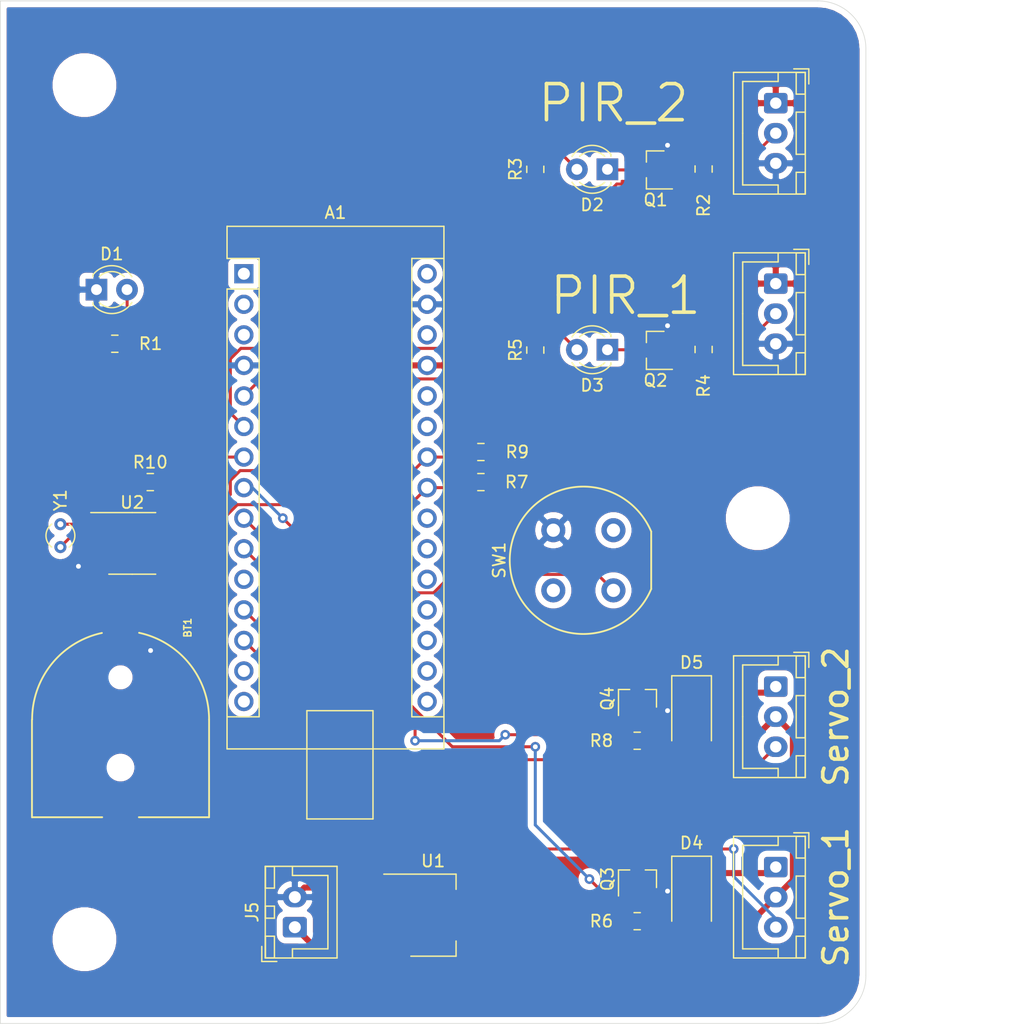
<source format=kicad_pcb>
(kicad_pcb (version 20171130) (host pcbnew 5.1.6-c6e7f7d~87~ubuntu18.04.1)
  (layers (0 F.Cu signal) (31 B.Cu signal hide) (34 B.Paste user) (35 F.Paste user) (36 B.SilkS user) (37 F.SilkS user) (38 B.Mask user) (39 F.Mask user) (44 Edge.Cuts user))
  (net 0 "")
  (net 1 "Net-(A1-Pad1)")
  (net 2 "Net-(A1-Pad17)")
  (net 3 "Net-(A1-Pad2)")
  (net 4 "Net-(A1-Pad18)")
  (net 5 "Net-(A1-Pad3)")
  (net 6 "Net-(A1-Pad19)")
  (net 7 GND)
  (net 8 "Net-(A1-Pad20)")
  (net 9 /PIR_1)
  (net 10 "Net-(A1-Pad21)")
  (net 11 /PIR_2)
  (net 12 "Net-(A1-Pad22)")
  (net 13 /Status_LED)
  (net 14 /SDA)
  (net 15 /Man_Trigger)
  (net 16 /SCL)
  (net 17 "Net-(A1-Pad25)")
  (net 18 "Net-(A1-Pad26)")
  (net 19 "Net-(A1-Pad11)")
  (net 20 +5V)
  (net 21 /Servo_2)
  (net 22 "Net-(A1-Pad28)")
  (net 23 /Servo_1)
  (net 24 "Net-(A1-Pad14)")
  (net 25 "Net-(A1-Pad30)")
  (net 26 "Net-(A1-Pad15)")
  (net 27 "Net-(A1-Pad16)")
  (net 28 "Net-(BT1-Pad1)")
  (net 29 "Net-(D1-Pad2)")
  (net 30 "Net-(D2-Pad1)")
  (net 31 "Net-(D2-Pad2)")
  (net 32 "Net-(D3-Pad1)")
  (net 33 "Net-(D3-Pad2)")
  (net 34 "Net-(D4-Pad1)")
  (net 35 VCC)
  (net 36 "Net-(D5-Pad1)")
  (net 37 "Net-(R10-Pad2)")
  (net 38 "Net-(SW1-Pad1)")
  (net 39 "Net-(SW1-Pad4)")
  (net 40 "Net-(U2-Pad1)")
  (net 41 "Net-(U2-Pad2)")
  (net 42 "Net-(U2-Pad7)")
  (net 43 /Servo_1_P)
  (net 44 /Servo_2_P)
  (module Resistor_SMD:R_0805_2012Metric_Pad1.15x1.40mm_HandSolder (layer F.Cu) (at 88.5 80.975 90)
    (fp_text reference R2 (at -3.025 0 90) (layer F.SilkS))
    (fp_text value 10K)
    (fp_line (start -0.261252 0.71) (end 0.261252 0.71) (layer F.SilkS) (width 0.12))
    (fp_line (start -0.261252 -0.71) (end 0.261252 -0.71) (layer F.SilkS) (width 0.12))
    (pad 2 smd roundrect (at 1.025 0 90) (size 1.15 1.4) (layers F.Cu F.Paste F.Mask) (roundrect_rratio 0.217391) (net 7 GND))
    (pad 1 smd roundrect (at -1.025 0 90) (size 1.15 1.4) (layers F.Cu F.Paste F.Mask) (roundrect_rratio 0.217391) (net 11 /PIR_2))
  )
  (module LED_THT:LED_D3.0mm (layer F.Cu) (at 80.5 81 180)
    (fp_text reference D2 (at 1.27 -2.96) (layer F.SilkS))
    (fp_text value PIR_2_LED)
    (fp_line (start -0.29 -1.236) (end -0.29 -1.08) (layer F.SilkS) (width 0.12))
    (fp_line (start -0.29 1.08) (end -0.29 1.236) (layer F.SilkS) (width 0.12))
    (fp_arc (start 1.27 0) (end -0.29 -1.235516) (angle 108.8) (layer F.SilkS) (width 0.12))
    (fp_arc (start 1.27 0) (end -0.29 1.235516) (angle -108.8) (layer F.SilkS) (width 0.12))
    (fp_arc (start 1.27 0) (end 0.229039 -1.08) (angle 87.9) (layer F.SilkS) (width 0.12))
    (fp_arc (start 1.27 0) (end 0.229039 1.08) (angle -87.9) (layer F.SilkS) (width 0.12))
    (pad 1 thru_hole rect (at 0 0 180) (size 1.8 1.8) (drill 0.9) (layers *.Cu *.Mask) (net 30 "Net-(D2-Pad1)"))
    (pad 2 thru_hole circle (at 2.54 0 180) (size 1.8 1.8) (drill 0.9) (layers *.Cu *.Mask) (net 31 "Net-(D2-Pad2)"))
  )
  (module Resistor_SMD:R_0805_2012Metric_Pad1.15x1.40mm_HandSolder (layer F.Cu) (at 74.5 81 90)
    (fp_text reference R3 (at 0 -1.65 90) (layer F.SilkS))
    (fp_text value 470R)
    (fp_line (start -0.261252 0.71) (end 0.261252 0.71) (layer F.SilkS) (width 0.12))
    (fp_line (start -0.261252 -0.71) (end 0.261252 -0.71) (layer F.SilkS) (width 0.12))
    (pad 2 smd roundrect (at 1.025 0 90) (size 1.15 1.4) (layers F.Cu F.Paste F.Mask) (roundrect_rratio 0.217391) (net 31 "Net-(D2-Pad2)"))
    (pad 1 smd roundrect (at -1.025 0 90) (size 1.15 1.4) (layers F.Cu F.Paste F.Mask) (roundrect_rratio 0.217391) (net 20 +5V))
  )
  (module Package_TO_SOT_SMD:SOT-23 (layer F.Cu) (at 84.5 81.05 180)
    (fp_text reference Q1 (at 0 -2.5) (layer F.SilkS))
    (fp_text value Q_NMOS_GSD)
    (fp_line (start 0.76 1.58) (end 0.76 0.65) (layer F.SilkS) (width 0.12))
    (fp_line (start 0.76 -1.58) (end 0.76 -0.65) (layer F.SilkS) (width 0.12))
    (fp_line (start 0.76 -1.58) (end -1.4 -1.58) (layer F.SilkS) (width 0.12))
    (fp_line (start 0.76 1.58) (end -0.7 1.58) (layer F.SilkS) (width 0.12))
    (pad 1 smd rect (at -1 -0.95 180) (size 0.9 0.8) (layers F.Cu F.Paste F.Mask) (net 11 /PIR_2))
    (pad 2 smd rect (at -1 0.95 180) (size 0.9 0.8) (layers F.Cu F.Paste F.Mask) (net 7 GND))
    (pad 3 smd rect (at 1 0 180) (size 0.9 0.8) (layers F.Cu F.Paste F.Mask) (net 30 "Net-(D2-Pad1)"))
  )
  (module Module:Arduino_Nano (layer F.Cu) (at 50.26 89.68)
    (fp_text reference A1 (at 7.62 -5.08) (layer F.SilkS))
    (fp_text value Arduino_Nano_v3.x)
    (fp_line (start 1.27 1.27) (end 1.27 -1.27) (layer F.SilkS) (width 0.12))
    (fp_line (start 1.27 -1.27) (end -1.4 -1.27) (layer F.SilkS) (width 0.12))
    (fp_line (start -1.4 1.27) (end -1.4 39.5) (layer F.SilkS) (width 0.12))
    (fp_line (start -1.4 -3.94) (end -1.4 -1.27) (layer F.SilkS) (width 0.12))
    (fp_line (start 13.97 -1.27) (end 16.64 -1.27) (layer F.SilkS) (width 0.12))
    (fp_line (start 13.97 -1.27) (end 13.97 36.83) (layer F.SilkS) (width 0.12))
    (fp_line (start 13.97 36.83) (end 16.64 36.83) (layer F.SilkS) (width 0.12))
    (fp_line (start 1.27 1.27) (end -1.4 1.27) (layer F.SilkS) (width 0.12))
    (fp_line (start 1.27 1.27) (end 1.27 36.83) (layer F.SilkS) (width 0.12))
    (fp_line (start 1.27 36.83) (end -1.4 36.83) (layer F.SilkS) (width 0.12))
    (fp_line (start -1.4 39.5) (end 16.64 39.5) (layer F.SilkS) (width 0.12))
    (fp_line (start 16.64 39.5) (end 16.64 -3.94) (layer F.SilkS) (width 0.12))
    (fp_line (start 16.64 -3.94) (end -1.4 -3.94) (layer F.SilkS) (width 0.12))
    (pad 1 thru_hole rect (at 0 0) (size 1.6 1.6) (drill 1) (layers *.Cu *.Mask) (net 1 "Net-(A1-Pad1)"))
    (pad 17 thru_hole oval (at 15.24 33.02) (size 1.6 1.6) (drill 1) (layers *.Cu *.Mask) (net 2 "Net-(A1-Pad17)"))
    (pad 2 thru_hole oval (at 0 2.54) (size 1.6 1.6) (drill 1) (layers *.Cu *.Mask) (net 3 "Net-(A1-Pad2)"))
    (pad 18 thru_hole oval (at 15.24 30.48) (size 1.6 1.6) (drill 1) (layers *.Cu *.Mask) (net 4 "Net-(A1-Pad18)"))
    (pad 3 thru_hole oval (at 0 5.08) (size 1.6 1.6) (drill 1) (layers *.Cu *.Mask) (net 5 "Net-(A1-Pad3)"))
    (pad 19 thru_hole oval (at 15.24 27.94) (size 1.6 1.6) (drill 1) (layers *.Cu *.Mask) (net 6 "Net-(A1-Pad19)"))
    (pad 4 thru_hole oval (at 0 7.62) (size 1.6 1.6) (drill 1) (layers *.Cu *.Mask) (net 7 GND))
    (pad 20 thru_hole oval (at 15.24 25.4) (size 1.6 1.6) (drill 1) (layers *.Cu *.Mask) (net 8 "Net-(A1-Pad20)"))
    (pad 5 thru_hole oval (at 0 10.16) (size 1.6 1.6) (drill 1) (layers *.Cu *.Mask) (net 9 /PIR_1))
    (pad 21 thru_hole oval (at 15.24 22.86) (size 1.6 1.6) (drill 1) (layers *.Cu *.Mask) (net 10 "Net-(A1-Pad21)"))
    (pad 6 thru_hole oval (at 0 12.7) (size 1.6 1.6) (drill 1) (layers *.Cu *.Mask) (net 11 /PIR_2))
    (pad 22 thru_hole oval (at 15.24 20.32) (size 1.6 1.6) (drill 1) (layers *.Cu *.Mask) (net 12 "Net-(A1-Pad22)"))
    (pad 7 thru_hole oval (at 0 15.24) (size 1.6 1.6) (drill 1) (layers *.Cu *.Mask) (net 13 /Status_LED))
    (pad 23 thru_hole oval (at 15.24 17.78) (size 1.6 1.6) (drill 1) (layers *.Cu *.Mask) (net 14 /SDA))
    (pad 8 thru_hole oval (at 0 17.78) (size 1.6 1.6) (drill 1) (layers *.Cu *.Mask) (net 15 /Man_Trigger))
    (pad 24 thru_hole oval (at 15.24 15.24) (size 1.6 1.6) (drill 1) (layers *.Cu *.Mask) (net 16 /SCL))
    (pad 9 thru_hole oval (at 0 20.32) (size 1.6 1.6) (drill 1) (layers *.Cu *.Mask) (net 43 /Servo_1_P))
    (pad 25 thru_hole oval (at 15.24 12.7) (size 1.6 1.6) (drill 1) (layers *.Cu *.Mask) (net 17 "Net-(A1-Pad25)"))
    (pad 10 thru_hole oval (at 0 22.86) (size 1.6 1.6) (drill 1) (layers *.Cu *.Mask) (net 44 /Servo_2_P))
    (pad 26 thru_hole oval (at 15.24 10.16) (size 1.6 1.6) (drill 1) (layers *.Cu *.Mask) (net 18 "Net-(A1-Pad26)"))
    (pad 11 thru_hole oval (at 0 25.4) (size 1.6 1.6) (drill 1) (layers *.Cu *.Mask) (net 19 "Net-(A1-Pad11)"))
    (pad 27 thru_hole oval (at 15.24 7.62) (size 1.6 1.6) (drill 1) (layers *.Cu *.Mask) (net 20 +5V))
    (pad 12 thru_hole oval (at 0 27.94) (size 1.6 1.6) (drill 1) (layers *.Cu *.Mask) (net 21 /Servo_2))
    (pad 28 thru_hole oval (at 15.24 5.08) (size 1.6 1.6) (drill 1) (layers *.Cu *.Mask) (net 22 "Net-(A1-Pad28)"))
    (pad 13 thru_hole oval (at 0 30.48) (size 1.6 1.6) (drill 1) (layers *.Cu *.Mask) (net 23 /Servo_1))
    (pad 29 thru_hole oval (at 15.24 2.54) (size 1.6 1.6) (drill 1) (layers *.Cu *.Mask) (net 7 GND))
    (pad 14 thru_hole oval (at 0 33.02) (size 1.6 1.6) (drill 1) (layers *.Cu *.Mask) (net 24 "Net-(A1-Pad14)"))
    (pad 30 thru_hole oval (at 15.24 0) (size 1.6 1.6) (drill 1) (layers *.Cu *.Mask) (net 25 "Net-(A1-Pad30)"))
    (pad 15 thru_hole oval (at 0 35.56) (size 1.6 1.6) (drill 1) (layers *.Cu *.Mask) (net 26 "Net-(A1-Pad15)"))
    (pad 16 thru_hole oval (at 15.24 35.56) (size 1.6 1.6) (drill 1) (layers *.Cu *.Mask) (net 27 "Net-(A1-Pad16)"))
  )
  (module footprints:CR1220 (layer F.Cu) (at 40 126.73 270)
    (fp_text reference BT1 (at -7.62 -5.588 90) (layer F.SilkS) (effects (font (size 0.6 0.6) (thickness 0.125))))
    (fp_text value Battery_Cell)
    (fp_line (start 8.128 7.366) (end 0 7.366) (layer F.SilkS) (width 0.15))
    (fp_line (start 8.128 1.524) (end 8.128 7.366) (layer F.SilkS) (width 0.15))
    (fp_line (start 8.128 -7.366) (end 8.128 -1.524) (layer F.SilkS) (width 0.15))
    (fp_line (start 0 -7.366) (end 8.128 -7.366) (layer F.SilkS) (width 0.15))
    (fp_arc (start 0 0) (end 0 -7.366) (angle -77.90524292) (layer F.SilkS) (width 0.15))
    (fp_arc (start 0 0) (end -7.1882 1.5494) (angle -77.83612863) (layer F.SilkS) (width 0.15))
    (pad "" np_thru_hole circle (at -3.5 0 270) (size 1 1) (drill 1) (layers *.Cu *.Mask))
    (pad "" np_thru_hole circle (at 4 0 270) (size 1.3 1.3) (drill 1.3) (layers *.Cu *.Mask))
    (pad 1 smd rect (at 8.23 0 270) (size 3.54 2.6) (layers F.Cu F.Paste F.Mask) (net 28 "Net-(BT1-Pad1)"))
    (pad 2 smd rect (at -7.57 0 270) (size 3.66 2.6) (layers F.Cu F.Paste F.Mask) (net 7 GND))
  )
  (module LED_THT:LED_D3.0mm (layer F.Cu) (at 38 91)
    (fp_text reference D1 (at 1.27 -2.96) (layer F.SilkS))
    (fp_text value STATUS_LED)
    (fp_line (start -0.29 1.08) (end -0.29 1.236) (layer F.SilkS) (width 0.12))
    (fp_line (start -0.29 -1.236) (end -0.29 -1.08) (layer F.SilkS) (width 0.12))
    (fp_arc (start 1.27 0) (end 0.229039 1.08) (angle -87.9) (layer F.SilkS) (width 0.12))
    (fp_arc (start 1.27 0) (end 0.229039 -1.08) (angle 87.9) (layer F.SilkS) (width 0.12))
    (fp_arc (start 1.27 0) (end -0.29 1.235516) (angle -108.8) (layer F.SilkS) (width 0.12))
    (fp_arc (start 1.27 0) (end -0.29 -1.235516) (angle 108.8) (layer F.SilkS) (width 0.12))
    (pad 2 thru_hole circle (at 2.54 0) (size 1.8 1.8) (drill 0.9) (layers *.Cu *.Mask) (net 29 "Net-(D1-Pad2)"))
    (pad 1 thru_hole rect (at 0 0) (size 1.8 1.8) (drill 0.9) (layers *.Cu *.Mask) (net 7 GND))
  )
  (module LED_THT:LED_D3.0mm (layer F.Cu) (at 80.5 96 180)
    (fp_text reference D3 (at 1.27 -2.96) (layer F.SilkS))
    (fp_text value PIR_1_LED)
    (fp_line (start -0.29 -1.236) (end -0.29 -1.08) (layer F.SilkS) (width 0.12))
    (fp_line (start -0.29 1.08) (end -0.29 1.236) (layer F.SilkS) (width 0.12))
    (fp_arc (start 1.27 0) (end -0.29 -1.235516) (angle 108.8) (layer F.SilkS) (width 0.12))
    (fp_arc (start 1.27 0) (end -0.29 1.235516) (angle -108.8) (layer F.SilkS) (width 0.12))
    (fp_arc (start 1.27 0) (end 0.229039 -1.08) (angle 87.9) (layer F.SilkS) (width 0.12))
    (fp_arc (start 1.27 0) (end 0.229039 1.08) (angle -87.9) (layer F.SilkS) (width 0.12))
    (pad 1 thru_hole rect (at 0 0 180) (size 1.8 1.8) (drill 0.9) (layers *.Cu *.Mask) (net 32 "Net-(D3-Pad1)"))
    (pad 2 thru_hole circle (at 2.54 0 180) (size 1.8 1.8) (drill 0.9) (layers *.Cu *.Mask) (net 33 "Net-(D3-Pad2)"))
  )
  (module Connector_JST:JST_XH_B3B-XH-A_1x03_P2.50mm_Vertical (layer F.Cu) (at 94.5 90.5 270)
    (fp_text reference J1 hide)
    (fp_text value PIR_1)
    (fp_line (start -2.56 -2.46) (end -2.56 3.51) (layer F.SilkS) (width 0.12))
    (fp_line (start -2.56 3.51) (end 7.56 3.51) (layer F.SilkS) (width 0.12))
    (fp_line (start 7.56 3.51) (end 7.56 -2.46) (layer F.SilkS) (width 0.12))
    (fp_line (start 7.56 -2.46) (end -2.56 -2.46) (layer F.SilkS) (width 0.12))
    (fp_line (start 0.75 -2.45) (end 0.75 -1.7) (layer F.SilkS) (width 0.12))
    (fp_line (start 0.75 -1.7) (end 4.25 -1.7) (layer F.SilkS) (width 0.12))
    (fp_line (start 4.25 -1.7) (end 4.25 -2.45) (layer F.SilkS) (width 0.12))
    (fp_line (start 4.25 -2.45) (end 0.75 -2.45) (layer F.SilkS) (width 0.12))
    (fp_line (start -2.55 -2.45) (end -2.55 -1.7) (layer F.SilkS) (width 0.12))
    (fp_line (start -2.55 -1.7) (end -0.75 -1.7) (layer F.SilkS) (width 0.12))
    (fp_line (start -0.75 -1.7) (end -0.75 -2.45) (layer F.SilkS) (width 0.12))
    (fp_line (start -0.75 -2.45) (end -2.55 -2.45) (layer F.SilkS) (width 0.12))
    (fp_line (start 5.75 -2.45) (end 5.75 -1.7) (layer F.SilkS) (width 0.12))
    (fp_line (start 5.75 -1.7) (end 7.55 -1.7) (layer F.SilkS) (width 0.12))
    (fp_line (start 7.55 -1.7) (end 7.55 -2.45) (layer F.SilkS) (width 0.12))
    (fp_line (start 7.55 -2.45) (end 5.75 -2.45) (layer F.SilkS) (width 0.12))
    (fp_line (start -2.55 -0.2) (end -1.8 -0.2) (layer F.SilkS) (width 0.12))
    (fp_line (start -1.8 -0.2) (end -1.8 2.75) (layer F.SilkS) (width 0.12))
    (fp_line (start -1.8 2.75) (end 2.5 2.75) (layer F.SilkS) (width 0.12))
    (fp_line (start 7.55 -0.2) (end 6.8 -0.2) (layer F.SilkS) (width 0.12))
    (fp_line (start 6.8 -0.2) (end 6.8 2.75) (layer F.SilkS) (width 0.12))
    (fp_line (start 6.8 2.75) (end 2.5 2.75) (layer F.SilkS) (width 0.12))
    (fp_line (start -1.6 -2.75) (end -2.85 -2.75) (layer F.SilkS) (width 0.12))
    (fp_line (start -2.85 -2.75) (end -2.85 -1.5) (layer F.SilkS) (width 0.12))
    (pad 1 thru_hole roundrect (at 0 0 270) (size 1.7 1.95) (drill 0.95) (layers *.Cu *.Mask) (roundrect_rratio 0.147059) (net 20 +5V))
    (pad 2 thru_hole oval (at 2.5 0 270) (size 1.7 1.95) (drill 0.95) (layers *.Cu *.Mask) (net 9 /PIR_1))
    (pad 3 thru_hole oval (at 5 0 270) (size 1.7 1.95) (drill 0.95) (layers *.Cu *.Mask) (net 7 GND))
  )
  (module Connector_JST:JST_XH_B3B-XH-A_1x03_P2.50mm_Vertical (layer F.Cu) (at 94.5 75.5 270)
    (fp_text reference J2 hide)
    (fp_text value PIR_2)
    (fp_line (start -2.85 -2.75) (end -2.85 -1.5) (layer F.SilkS) (width 0.12))
    (fp_line (start -1.6 -2.75) (end -2.85 -2.75) (layer F.SilkS) (width 0.12))
    (fp_line (start 6.8 2.75) (end 2.5 2.75) (layer F.SilkS) (width 0.12))
    (fp_line (start 6.8 -0.2) (end 6.8 2.75) (layer F.SilkS) (width 0.12))
    (fp_line (start 7.55 -0.2) (end 6.8 -0.2) (layer F.SilkS) (width 0.12))
    (fp_line (start -1.8 2.75) (end 2.5 2.75) (layer F.SilkS) (width 0.12))
    (fp_line (start -1.8 -0.2) (end -1.8 2.75) (layer F.SilkS) (width 0.12))
    (fp_line (start -2.55 -0.2) (end -1.8 -0.2) (layer F.SilkS) (width 0.12))
    (fp_line (start 7.55 -2.45) (end 5.75 -2.45) (layer F.SilkS) (width 0.12))
    (fp_line (start 7.55 -1.7) (end 7.55 -2.45) (layer F.SilkS) (width 0.12))
    (fp_line (start 5.75 -1.7) (end 7.55 -1.7) (layer F.SilkS) (width 0.12))
    (fp_line (start 5.75 -2.45) (end 5.75 -1.7) (layer F.SilkS) (width 0.12))
    (fp_line (start -0.75 -2.45) (end -2.55 -2.45) (layer F.SilkS) (width 0.12))
    (fp_line (start -0.75 -1.7) (end -0.75 -2.45) (layer F.SilkS) (width 0.12))
    (fp_line (start -2.55 -1.7) (end -0.75 -1.7) (layer F.SilkS) (width 0.12))
    (fp_line (start -2.55 -2.45) (end -2.55 -1.7) (layer F.SilkS) (width 0.12))
    (fp_line (start 4.25 -2.45) (end 0.75 -2.45) (layer F.SilkS) (width 0.12))
    (fp_line (start 4.25 -1.7) (end 4.25 -2.45) (layer F.SilkS) (width 0.12))
    (fp_line (start 0.75 -1.7) (end 4.25 -1.7) (layer F.SilkS) (width 0.12))
    (fp_line (start 0.75 -2.45) (end 0.75 -1.7) (layer F.SilkS) (width 0.12))
    (fp_line (start 7.56 -2.46) (end -2.56 -2.46) (layer F.SilkS) (width 0.12))
    (fp_line (start 7.56 3.51) (end 7.56 -2.46) (layer F.SilkS) (width 0.12))
    (fp_line (start -2.56 3.51) (end 7.56 3.51) (layer F.SilkS) (width 0.12))
    (fp_line (start -2.56 -2.46) (end -2.56 3.51) (layer F.SilkS) (width 0.12))
    (pad 3 thru_hole oval (at 5 0 270) (size 1.7 1.95) (drill 0.95) (layers *.Cu *.Mask) (net 7 GND))
    (pad 2 thru_hole oval (at 2.5 0 270) (size 1.7 1.95) (drill 0.95) (layers *.Cu *.Mask) (net 11 /PIR_2))
    (pad 1 thru_hole roundrect (at 0 0 270) (size 1.7 1.95) (drill 0.95) (layers *.Cu *.Mask) (roundrect_rratio 0.147059) (net 20 +5V))
  )
  (module Connector_JST:JST_XH_B3B-XH-A_1x03_P2.50mm_Vertical (layer F.Cu) (at 94.5 139 270)
    (fp_text reference J3 hide)
    (fp_text value Servo_1)
    (fp_line (start -2.85 -2.75) (end -2.85 -1.5) (layer F.SilkS) (width 0.12))
    (fp_line (start -1.6 -2.75) (end -2.85 -2.75) (layer F.SilkS) (width 0.12))
    (fp_line (start 6.8 2.75) (end 2.5 2.75) (layer F.SilkS) (width 0.12))
    (fp_line (start 6.8 -0.2) (end 6.8 2.75) (layer F.SilkS) (width 0.12))
    (fp_line (start 7.55 -0.2) (end 6.8 -0.2) (layer F.SilkS) (width 0.12))
    (fp_line (start -1.8 2.75) (end 2.5 2.75) (layer F.SilkS) (width 0.12))
    (fp_line (start -1.8 -0.2) (end -1.8 2.75) (layer F.SilkS) (width 0.12))
    (fp_line (start -2.55 -0.2) (end -1.8 -0.2) (layer F.SilkS) (width 0.12))
    (fp_line (start 7.55 -2.45) (end 5.75 -2.45) (layer F.SilkS) (width 0.12))
    (fp_line (start 7.55 -1.7) (end 7.55 -2.45) (layer F.SilkS) (width 0.12))
    (fp_line (start 5.75 -1.7) (end 7.55 -1.7) (layer F.SilkS) (width 0.12))
    (fp_line (start 5.75 -2.45) (end 5.75 -1.7) (layer F.SilkS) (width 0.12))
    (fp_line (start -0.75 -2.45) (end -2.55 -2.45) (layer F.SilkS) (width 0.12))
    (fp_line (start -0.75 -1.7) (end -0.75 -2.45) (layer F.SilkS) (width 0.12))
    (fp_line (start -2.55 -1.7) (end -0.75 -1.7) (layer F.SilkS) (width 0.12))
    (fp_line (start -2.55 -2.45) (end -2.55 -1.7) (layer F.SilkS) (width 0.12))
    (fp_line (start 4.25 -2.45) (end 0.75 -2.45) (layer F.SilkS) (width 0.12))
    (fp_line (start 4.25 -1.7) (end 4.25 -2.45) (layer F.SilkS) (width 0.12))
    (fp_line (start 0.75 -1.7) (end 4.25 -1.7) (layer F.SilkS) (width 0.12))
    (fp_line (start 0.75 -2.45) (end 0.75 -1.7) (layer F.SilkS) (width 0.12))
    (fp_line (start 7.56 -2.46) (end -2.56 -2.46) (layer F.SilkS) (width 0.12))
    (fp_line (start 7.56 3.51) (end 7.56 -2.46) (layer F.SilkS) (width 0.12))
    (fp_line (start -2.56 3.51) (end 7.56 3.51) (layer F.SilkS) (width 0.12))
    (fp_line (start -2.56 -2.46) (end -2.56 3.51) (layer F.SilkS) (width 0.12))
    (pad 3 thru_hole oval (at 5 0 270) (size 1.7 1.95) (drill 0.95) (layers *.Cu *.Mask) (net 23 /Servo_1))
    (pad 2 thru_hole oval (at 2.5 0 270) (size 1.7 1.95) (drill 0.95) (layers *.Cu *.Mask) (net 35 VCC))
    (pad 1 thru_hole roundrect (at 0 0 270) (size 1.7 1.95) (drill 0.95) (layers *.Cu *.Mask) (roundrect_rratio 0.147059) (net 34 "Net-(D4-Pad1)"))
  )
  (module Connector_JST:JST_XH_B3B-XH-A_1x03_P2.50mm_Vertical (layer F.Cu) (at 94.5 124 270)
    (fp_text reference J4 hide)
    (fp_text value Servo_2)
    (fp_line (start -2.56 -2.46) (end -2.56 3.51) (layer F.SilkS) (width 0.12))
    (fp_line (start -2.56 3.51) (end 7.56 3.51) (layer F.SilkS) (width 0.12))
    (fp_line (start 7.56 3.51) (end 7.56 -2.46) (layer F.SilkS) (width 0.12))
    (fp_line (start 7.56 -2.46) (end -2.56 -2.46) (layer F.SilkS) (width 0.12))
    (fp_line (start 0.75 -2.45) (end 0.75 -1.7) (layer F.SilkS) (width 0.12))
    (fp_line (start 0.75 -1.7) (end 4.25 -1.7) (layer F.SilkS) (width 0.12))
    (fp_line (start 4.25 -1.7) (end 4.25 -2.45) (layer F.SilkS) (width 0.12))
    (fp_line (start 4.25 -2.45) (end 0.75 -2.45) (layer F.SilkS) (width 0.12))
    (fp_line (start -2.55 -2.45) (end -2.55 -1.7) (layer F.SilkS) (width 0.12))
    (fp_line (start -2.55 -1.7) (end -0.75 -1.7) (layer F.SilkS) (width 0.12))
    (fp_line (start -0.75 -1.7) (end -0.75 -2.45) (layer F.SilkS) (width 0.12))
    (fp_line (start -0.75 -2.45) (end -2.55 -2.45) (layer F.SilkS) (width 0.12))
    (fp_line (start 5.75 -2.45) (end 5.75 -1.7) (layer F.SilkS) (width 0.12))
    (fp_line (start 5.75 -1.7) (end 7.55 -1.7) (layer F.SilkS) (width 0.12))
    (fp_line (start 7.55 -1.7) (end 7.55 -2.45) (layer F.SilkS) (width 0.12))
    (fp_line (start 7.55 -2.45) (end 5.75 -2.45) (layer F.SilkS) (width 0.12))
    (fp_line (start -2.55 -0.2) (end -1.8 -0.2) (layer F.SilkS) (width 0.12))
    (fp_line (start -1.8 -0.2) (end -1.8 2.75) (layer F.SilkS) (width 0.12))
    (fp_line (start -1.8 2.75) (end 2.5 2.75) (layer F.SilkS) (width 0.12))
    (fp_line (start 7.55 -0.2) (end 6.8 -0.2) (layer F.SilkS) (width 0.12))
    (fp_line (start 6.8 -0.2) (end 6.8 2.75) (layer F.SilkS) (width 0.12))
    (fp_line (start 6.8 2.75) (end 2.5 2.75) (layer F.SilkS) (width 0.12))
    (fp_line (start -1.6 -2.75) (end -2.85 -2.75) (layer F.SilkS) (width 0.12))
    (fp_line (start -2.85 -2.75) (end -2.85 -1.5) (layer F.SilkS) (width 0.12))
    (pad 1 thru_hole roundrect (at 0 0 270) (size 1.7 1.95) (drill 0.95) (layers *.Cu *.Mask) (roundrect_rratio 0.147059) (net 36 "Net-(D5-Pad1)"))
    (pad 2 thru_hole oval (at 2.5 0 270) (size 1.7 1.95) (drill 0.95) (layers *.Cu *.Mask) (net 35 VCC))
    (pad 3 thru_hole oval (at 5 0 270) (size 1.7 1.95) (drill 0.95) (layers *.Cu *.Mask) (net 21 /Servo_2))
  )
  (module Connector_JST:JST_XH_B2B-XH-A_1x02_P2.50mm_Vertical (layer F.Cu) (at 54.5 144 90)
    (fp_text reference J5 (at 1.25 -3.55 90) (layer F.SilkS))
    (fp_text value Conn_01x02)
    (fp_line (start -2.56 -2.46) (end -2.56 3.51) (layer F.SilkS) (width 0.12))
    (fp_line (start -2.56 3.51) (end 5.06 3.51) (layer F.SilkS) (width 0.12))
    (fp_line (start 5.06 3.51) (end 5.06 -2.46) (layer F.SilkS) (width 0.12))
    (fp_line (start 5.06 -2.46) (end -2.56 -2.46) (layer F.SilkS) (width 0.12))
    (fp_line (start 0.75 -2.45) (end 0.75 -1.7) (layer F.SilkS) (width 0.12))
    (fp_line (start 0.75 -1.7) (end 1.75 -1.7) (layer F.SilkS) (width 0.12))
    (fp_line (start 1.75 -1.7) (end 1.75 -2.45) (layer F.SilkS) (width 0.12))
    (fp_line (start 1.75 -2.45) (end 0.75 -2.45) (layer F.SilkS) (width 0.12))
    (fp_line (start -2.55 -2.45) (end -2.55 -1.7) (layer F.SilkS) (width 0.12))
    (fp_line (start -2.55 -1.7) (end -0.75 -1.7) (layer F.SilkS) (width 0.12))
    (fp_line (start -0.75 -1.7) (end -0.75 -2.45) (layer F.SilkS) (width 0.12))
    (fp_line (start -0.75 -2.45) (end -2.55 -2.45) (layer F.SilkS) (width 0.12))
    (fp_line (start 3.25 -2.45) (end 3.25 -1.7) (layer F.SilkS) (width 0.12))
    (fp_line (start 3.25 -1.7) (end 5.05 -1.7) (layer F.SilkS) (width 0.12))
    (fp_line (start 5.05 -1.7) (end 5.05 -2.45) (layer F.SilkS) (width 0.12))
    (fp_line (start 5.05 -2.45) (end 3.25 -2.45) (layer F.SilkS) (width 0.12))
    (fp_line (start -2.55 -0.2) (end -1.8 -0.2) (layer F.SilkS) (width 0.12))
    (fp_line (start -1.8 -0.2) (end -1.8 2.75) (layer F.SilkS) (width 0.12))
    (fp_line (start -1.8 2.75) (end 1.25 2.75) (layer F.SilkS) (width 0.12))
    (fp_line (start 5.05 -0.2) (end 4.3 -0.2) (layer F.SilkS) (width 0.12))
    (fp_line (start 4.3 -0.2) (end 4.3 2.75) (layer F.SilkS) (width 0.12))
    (fp_line (start 4.3 2.75) (end 1.25 2.75) (layer F.SilkS) (width 0.12))
    (fp_line (start -1.6 -2.75) (end -2.85 -2.75) (layer F.SilkS) (width 0.12))
    (fp_line (start -2.85 -2.75) (end -2.85 -1.5) (layer F.SilkS) (width 0.12))
    (pad 1 thru_hole roundrect (at 0 0 90) (size 1.7 2) (drill 1) (layers *.Cu *.Mask) (roundrect_rratio 0.147059) (net 35 VCC))
    (pad 2 thru_hole oval (at 2.5 0 90) (size 1.7 2) (drill 1) (layers *.Cu *.Mask) (net 7 GND))
  )
  (module Package_TO_SOT_SMD:SOT-23 (layer F.Cu) (at 84.5 96.05 180)
    (fp_text reference Q2 (at 0 -2.5) (layer F.SilkS))
    (fp_text value Q_NMOS_GSD)
    (fp_line (start 0.76 1.58) (end -0.7 1.58) (layer F.SilkS) (width 0.12))
    (fp_line (start 0.76 -1.58) (end -1.4 -1.58) (layer F.SilkS) (width 0.12))
    (fp_line (start 0.76 -1.58) (end 0.76 -0.65) (layer F.SilkS) (width 0.12))
    (fp_line (start 0.76 1.58) (end 0.76 0.65) (layer F.SilkS) (width 0.12))
    (pad 3 smd rect (at 1 0 180) (size 0.9 0.8) (layers F.Cu F.Paste F.Mask) (net 32 "Net-(D3-Pad1)"))
    (pad 2 smd rect (at -1 0.95 180) (size 0.9 0.8) (layers F.Cu F.Paste F.Mask) (net 7 GND))
    (pad 1 smd rect (at -1 -0.95 180) (size 0.9 0.8) (layers F.Cu F.Paste F.Mask) (net 9 /PIR_1))
  )
  (module Package_TO_SOT_SMD:SOT-23 (layer F.Cu) (at 83 140 90)
    (fp_text reference Q3 (at 0 -2.5 90) (layer F.SilkS))
    (fp_text value Q_NMOS_GSD)
    (fp_line (start 0.76 1.58) (end -0.7 1.58) (layer F.SilkS) (width 0.12))
    (fp_line (start 0.76 -1.58) (end -1.4 -1.58) (layer F.SilkS) (width 0.12))
    (fp_line (start 0.76 -1.58) (end 0.76 -0.65) (layer F.SilkS) (width 0.12))
    (fp_line (start 0.76 1.58) (end 0.76 0.65) (layer F.SilkS) (width 0.12))
    (pad 3 smd rect (at 1 0 90) (size 0.9 0.8) (layers F.Cu F.Paste F.Mask) (net 34 "Net-(D4-Pad1)"))
    (pad 2 smd rect (at -1 0.95 90) (size 0.9 0.8) (layers F.Cu F.Paste F.Mask) (net 7 GND))
    (pad 1 smd rect (at -1 -0.95 90) (size 0.9 0.8) (layers F.Cu F.Paste F.Mask) (net 43 /Servo_1_P))
  )
  (module Package_TO_SOT_SMD:SOT-23 (layer F.Cu) (at 83 125 90)
    (fp_text reference Q4 (at 0 -2.5 90) (layer F.SilkS))
    (fp_text value Q_NMOS_GSD)
    (fp_line (start 0.76 1.58) (end 0.76 0.65) (layer F.SilkS) (width 0.12))
    (fp_line (start 0.76 -1.58) (end 0.76 -0.65) (layer F.SilkS) (width 0.12))
    (fp_line (start 0.76 -1.58) (end -1.4 -1.58) (layer F.SilkS) (width 0.12))
    (fp_line (start 0.76 1.58) (end -0.7 1.58) (layer F.SilkS) (width 0.12))
    (pad 1 smd rect (at -1 -0.95 90) (size 0.9 0.8) (layers F.Cu F.Paste F.Mask) (net 44 /Servo_2_P))
    (pad 2 smd rect (at -1 0.95 90) (size 0.9 0.8) (layers F.Cu F.Paste F.Mask) (net 7 GND))
    (pad 3 smd rect (at 1 0 90) (size 0.9 0.8) (layers F.Cu F.Paste F.Mask) (net 36 "Net-(D5-Pad1)"))
  )
  (module Button_Switch_THT:Push_E-Switch_KS01Q01 (layer F.Cu) (at 76 116 90)
    (fp_text reference SW1 (at 2.5 -4.5 90) (layer F.SilkS))
    (fp_text value SW_DIP_x01)
    (fp_line (start 4.89 8.14) (end 0.11 8.14) (layer F.SilkS) (width 0.15))
    (fp_arc (start 2.5 2.5) (end 0.11 8.14) (angle 314) (layer F.SilkS) (width 0.15))
    (pad 1 thru_hole circle (at 0 0 90) (size 2 2) (drill 1.1) (layers *.Cu *.Mask) (net 38 "Net-(SW1-Pad1)"))
    (pad 2 thru_hole circle (at 5 0 90) (size 2 2) (drill 1.1) (layers *.Cu *.Mask) (net 7 GND))
    (pad 4 thru_hole circle (at 5 5 90) (size 2 2) (drill 1.1) (layers *.Cu *.Mask) (net 39 "Net-(SW1-Pad4)"))
    (pad 3 thru_hole circle (at 0 5 90) (size 2 2) (drill 1.1) (layers *.Cu *.Mask) (net 15 /Man_Trigger))
  )
  (module Package_TO_SOT_SMD:SOT-223-3_TabPin2 (layer F.Cu) (at 66 143)
    (fp_text reference U1 (at 0 -4.5) (layer F.SilkS))
    (fp_text value AMS1117-5.0)
    (fp_line (start 1.91 3.41) (end 1.91 2.15) (layer F.SilkS) (width 0.12))
    (fp_line (start 1.91 -3.41) (end 1.91 -2.15) (layer F.SilkS) (width 0.12))
    (fp_line (start -1.85 3.41) (end 1.91 3.41) (layer F.SilkS) (width 0.12))
    (fp_line (start -4.1 -3.41) (end 1.91 -3.41) (layer F.SilkS) (width 0.12))
    (pad 2 smd rect (at 3.15 0) (size 2 3.8) (layers F.Cu F.Paste F.Mask) (net 20 +5V))
    (pad 2 smd rect (at -3.15 0) (size 2 1.5) (layers F.Cu F.Paste F.Mask) (net 20 +5V))
    (pad 3 smd rect (at -3.15 2.3) (size 2 1.5) (layers F.Cu F.Paste F.Mask) (net 35 VCC))
    (pad 1 smd rect (at -3.15 -2.3) (size 2 1.5) (layers F.Cu F.Paste F.Mask) (net 7 GND))
  )
  (module Package_SO:SOIC-8_3.9x4.9mm_P1.27mm (layer F.Cu) (at 40.975 112.095)
    (fp_text reference U2 (at 0 -3.4) (layer F.SilkS))
    (fp_text value PCF8523T)
    (fp_line (start 0 2.56) (end 1.95 2.56) (layer F.SilkS) (width 0.12))
    (fp_line (start 0 2.56) (end -1.95 2.56) (layer F.SilkS) (width 0.12))
    (fp_line (start 0 -2.56) (end 1.95 -2.56) (layer F.SilkS) (width 0.12))
    (fp_line (start 0 -2.56) (end -3.45 -2.56) (layer F.SilkS) (width 0.12))
    (pad 1 smd roundrect (at -2.475 -1.905) (size 1.95 0.6) (layers F.Cu F.Paste F.Mask) (net 40 "Net-(U2-Pad1)"))
    (pad 2 smd roundrect (at -2.475 -0.635) (size 1.95 0.6) (layers F.Cu F.Paste F.Mask) (net 41 "Net-(U2-Pad2)"))
    (pad 3 smd roundrect (at -2.475 0.635) (size 1.95 0.6) (layers F.Cu F.Paste F.Mask) (net 28 "Net-(BT1-Pad1)"))
    (pad 4 smd roundrect (at -2.475 1.905) (size 1.95 0.6) (layers F.Cu F.Paste F.Mask) (net 7 GND))
    (pad 5 smd roundrect (at 2.475 1.905) (size 1.95 0.6) (layers F.Cu F.Paste F.Mask) (net 14 /SDA))
    (pad 6 smd roundrect (at 2.475 0.635) (size 1.95 0.6) (layers F.Cu F.Paste F.Mask) (net 16 /SCL))
    (pad 7 smd roundrect (at 2.475 -0.635) (size 1.95 0.6) (layers F.Cu F.Paste F.Mask) (net 42 "Net-(U2-Pad7)"))
    (pad 8 smd roundrect (at 2.475 -1.905) (size 1.95 0.6) (layers F.Cu F.Paste F.Mask) (net 37 "Net-(R10-Pad2)"))
  )
  (module Crystal:Crystal_DS26_D2.0mm_L6.0mm_Vertical (layer F.Cu) (at 35 110.5 270)
    (fp_text reference Y1 (at -2 0 90) (layer F.SilkS))
    (fp_text value Crystal)
    (fp_arc (start 0.95 0) (end 0 -0.733144) (angle 104.7) (layer F.SilkS) (width 0.12))
    (fp_arc (start 0.95 0) (end 0 0.733144) (angle -104.7) (layer F.SilkS) (width 0.12))
    (pad 1 thru_hole circle (at 0 0 270) (size 1 1) (drill 0.5) (layers *.Cu *.Mask) (net 40 "Net-(U2-Pad1)"))
    (pad 2 thru_hole circle (at 1.9 0 270) (size 1 1) (drill 0.5) (layers *.Cu *.Mask) (net 41 "Net-(U2-Pad2)"))
  )
  (module Resistor_SMD:R_0805_2012Metric_Pad1.15x1.40mm_HandSolder (layer F.Cu) (at 39.525 95.5)
    (fp_text reference R1 (at 2.975 0) (layer F.SilkS))
    (fp_text value 470R)
    (fp_line (start -0.261252 0.71) (end 0.261252 0.71) (layer F.SilkS) (width 0.12))
    (fp_line (start -0.261252 -0.71) (end 0.261252 -0.71) (layer F.SilkS) (width 0.12))
    (pad 2 smd roundrect (at 1.025 0) (size 1.15 1.4) (layers F.Cu F.Paste F.Mask) (roundrect_rratio 0.217391) (net 29 "Net-(D1-Pad2)"))
    (pad 1 smd roundrect (at -1.025 0) (size 1.15 1.4) (layers F.Cu F.Paste F.Mask) (roundrect_rratio 0.217391) (net 13 /Status_LED))
  )
  (module Resistor_SMD:R_0805_2012Metric_Pad1.15x1.40mm_HandSolder (layer F.Cu) (at 88.5 95.975 90)
    (fp_text reference R4 (at -3.025 0 90) (layer F.SilkS))
    (fp_text value 10K)
    (fp_line (start -0.261252 -0.71) (end 0.261252 -0.71) (layer F.SilkS) (width 0.12))
    (fp_line (start -0.261252 0.71) (end 0.261252 0.71) (layer F.SilkS) (width 0.12))
    (pad 1 smd roundrect (at -1.025 0 90) (size 1.15 1.4) (layers F.Cu F.Paste F.Mask) (roundrect_rratio 0.217391) (net 9 /PIR_1))
    (pad 2 smd roundrect (at 1.025 0 90) (size 1.15 1.4) (layers F.Cu F.Paste F.Mask) (roundrect_rratio 0.217391) (net 7 GND))
  )
  (module Resistor_SMD:R_0805_2012Metric_Pad1.15x1.40mm_HandSolder (layer F.Cu) (at 74.5 96.025 90)
    (fp_text reference R5 (at 0 -1.65 90) (layer F.SilkS))
    (fp_text value 470R)
    (fp_line (start -0.261252 0.71) (end 0.261252 0.71) (layer F.SilkS) (width 0.12))
    (fp_line (start -0.261252 -0.71) (end 0.261252 -0.71) (layer F.SilkS) (width 0.12))
    (pad 2 smd roundrect (at 1.025 0 90) (size 1.15 1.4) (layers F.Cu F.Paste F.Mask) (roundrect_rratio 0.217391) (net 33 "Net-(D3-Pad2)"))
    (pad 1 smd roundrect (at -1.025 0 90) (size 1.15 1.4) (layers F.Cu F.Paste F.Mask) (roundrect_rratio 0.217391) (net 20 +5V))
  )
  (module Resistor_SMD:R_0805_2012Metric_Pad1.15x1.40mm_HandSolder (layer F.Cu) (at 82.975 143.5)
    (fp_text reference R6 (at -2.975 0) (layer F.SilkS))
    (fp_text value 10K)
    (fp_line (start -0.261252 -0.71) (end 0.261252 -0.71) (layer F.SilkS) (width 0.12))
    (fp_line (start -0.261252 0.71) (end 0.261252 0.71) (layer F.SilkS) (width 0.12))
    (pad 1 smd roundrect (at -1.025 0) (size 1.15 1.4) (layers F.Cu F.Paste F.Mask) (roundrect_rratio 0.217391) (net 43 /Servo_1_P))
    (pad 2 smd roundrect (at 1.025 0) (size 1.15 1.4) (layers F.Cu F.Paste F.Mask) (roundrect_rratio 0.217391) (net 7 GND))
  )
  (module Resistor_SMD:R_0805_2012Metric_Pad1.15x1.40mm_HandSolder (layer F.Cu) (at 69.975 107 180)
    (fp_text reference R7 (at -2.975 0) (layer F.SilkS))
    (fp_text value 10K)
    (fp_line (start -0.261252 -0.71) (end 0.261252 -0.71) (layer F.SilkS) (width 0.12))
    (fp_line (start -0.261252 0.71) (end 0.261252 0.71) (layer F.SilkS) (width 0.12))
    (pad 1 smd roundrect (at -1.025 0 180) (size 1.15 1.4) (layers F.Cu F.Paste F.Mask) (roundrect_rratio 0.217391) (net 20 +5V))
    (pad 2 smd roundrect (at 1.025 0 180) (size 1.15 1.4) (layers F.Cu F.Paste F.Mask) (roundrect_rratio 0.217391) (net 14 /SDA))
  )
  (module Resistor_SMD:R_0805_2012Metric_Pad1.15x1.40mm_HandSolder (layer F.Cu) (at 82.975 128.5)
    (fp_text reference R8 (at -2.975 0) (layer F.SilkS))
    (fp_text value 10K)
    (fp_line (start -0.261252 -0.71) (end 0.261252 -0.71) (layer F.SilkS) (width 0.12))
    (fp_line (start -0.261252 0.71) (end 0.261252 0.71) (layer F.SilkS) (width 0.12))
    (pad 1 smd roundrect (at -1.025 0) (size 1.15 1.4) (layers F.Cu F.Paste F.Mask) (roundrect_rratio 0.217391) (net 44 /Servo_2_P))
    (pad 2 smd roundrect (at 1.025 0) (size 1.15 1.4) (layers F.Cu F.Paste F.Mask) (roundrect_rratio 0.217391) (net 7 GND))
  )
  (module Resistor_SMD:R_0805_2012Metric_Pad1.15x1.40mm_HandSolder (layer F.Cu) (at 69.975 104.5 180)
    (fp_text reference R9 (at -3.025 0) (layer F.SilkS))
    (fp_text value 10K)
    (fp_line (start -0.261252 0.71) (end 0.261252 0.71) (layer F.SilkS) (width 0.12))
    (fp_line (start -0.261252 -0.71) (end 0.261252 -0.71) (layer F.SilkS) (width 0.12))
    (pad 2 smd roundrect (at 1.025 0 180) (size 1.15 1.4) (layers F.Cu F.Paste F.Mask) (roundrect_rratio 0.217391) (net 16 /SCL))
    (pad 1 smd roundrect (at -1.025 0 180) (size 1.15 1.4) (layers F.Cu F.Paste F.Mask) (roundrect_rratio 0.217391) (net 20 +5V))
  )
  (module Resistor_SMD:R_0805_2012Metric_Pad1.15x1.40mm_HandSolder (layer F.Cu) (at 42.475 107)
    (fp_text reference R10 (at 0 -1.65) (layer F.SilkS))
    (fp_text value 1K)
    (fp_line (start -0.261252 -0.71) (end 0.261252 -0.71) (layer F.SilkS) (width 0.12))
    (fp_line (start -0.261252 0.71) (end 0.261252 0.71) (layer F.SilkS) (width 0.12))
    (pad 1 smd roundrect (at -1.025 0) (size 1.15 1.4) (layers F.Cu F.Paste F.Mask) (roundrect_rratio 0.217391) (net 20 +5V))
    (pad 2 smd roundrect (at 1.025 0) (size 1.15 1.4) (layers F.Cu F.Paste F.Mask) (roundrect_rratio 0.217391) (net 37 "Net-(R10-Pad2)"))
  )
  (module Diode_SMD:D_SMA (layer F.Cu) (at 87.5 141.5 270)
    (fp_text reference D4 (at -4.5 0 180) (layer F.SilkS))
    (fp_text value D)
    (fp_line (start -3.4 -1.65) (end -3.4 1.65) (layer F.SilkS) (width 0.12))
    (fp_line (start -3.4 1.65) (end 2 1.65) (layer F.SilkS) (width 0.12))
    (fp_line (start -3.4 -1.65) (end 2 -1.65) (layer F.SilkS) (width 0.12))
    (pad 1 smd rect (at -2 0 270) (size 2.5 1.8) (layers F.Cu F.Paste F.Mask) (net 34 "Net-(D4-Pad1)"))
    (pad 2 smd rect (at 2 0 270) (size 2.5 1.8) (layers F.Cu F.Paste F.Mask) (net 35 VCC))
  )
  (module Diode_SMD:D_SMA (layer F.Cu) (at 87.5 126.5 270)
    (fp_text reference D5 (at -4.5 0 180) (layer F.SilkS))
    (fp_text value D)
    (fp_line (start -3.4 -1.65) (end 2 -1.65) (layer F.SilkS) (width 0.12))
    (fp_line (start -3.4 1.65) (end 2 1.65) (layer F.SilkS) (width 0.12))
    (fp_line (start -3.4 -1.65) (end -3.4 1.65) (layer F.SilkS) (width 0.12))
    (pad 2 smd rect (at 2 0 270) (size 2.5 1.8) (layers F.Cu F.Paste F.Mask) (net 35 VCC))
    (pad 1 smd rect (at -2 0 270) (size 2.5 1.8) (layers F.Cu F.Paste F.Mask) (net 36 "Net-(D5-Pad1)"))
  )
  (module MountingHole:MountingHole_4.3mm_M4 (layer F.Cu) (at 93 110)
    (fp_text reference H1 hide)
    (fp_text value MountingHole)
    (pad 1 np_thru_hole circle (at 0 0) (size 4.3 4.3) (drill 4.3) (layers *.Cu *.Mask))
  )
  (module MountingHole:MountingHole_4.3mm_M4 (layer F.Cu) (at 37 74)
    (fp_text reference H2 hide)
    (fp_text value MountingHole)
    (pad 1 np_thru_hole circle (at 0 0) (size 4.3 4.3) (drill 4.3) (layers *.Cu *.Mask))
  )
  (module MountingHole:MountingHole_4.3mm_M4 (layer F.Cu) (at 37 145)
    (fp_text reference H3 hide)
    (fp_text value MountingHole)
    (pad 1 np_thru_hole circle (at 0 0) (size 4.3 4.3) (drill 4.3) (layers *.Cu *.Mask))
  )
  (gr_line (start 61 126) (end 55.5 126) (layer F.SilkS) (width 0.12))
  (gr_line (start 61 135) (end 61 126) (layer F.SilkS) (width 0.12))
  (gr_line (start 55.5 135) (end 61 135) (layer F.SilkS) (width 0.12))
  (gr_line (start 55.5 126) (end 55.5 135) (layer F.SilkS) (width 0.12))
  (gr_text Servo_2 (at 99.5 126.5 90) (layer F.SilkS) (effects (font (size 2 2) (thickness 0.3))))
  (gr_text Servo_1 (at 99.5 141.5 90) (layer F.SilkS) (effects (font (size 2 2) (thickness 0.3))))
  (gr_text PIR_1 (at 82 91.5) (layer F.SilkS) (effects (font (size 3 3) (thickness 0.3))))
  (gr_text PIR_2 (at 81 75.5) (layer F.SilkS) (effects (font (size 3 3) (thickness 0.3))))
  (gr_line (start 30 152) (end 30 67) (layer Edge.Cuts) (width 0.05))
  (gr_line (start 98 152) (end 30 152) (layer Edge.Cuts) (width 0.05))
  (gr_line (start 98 67) (end 30 67) (layer Edge.Cuts) (width 0.05))
  (gr_line (start 102 148) (end 102 71) (layer Edge.Cuts) (width 0.05))
  (gr_arc (start 98 71) (end 102 71) (angle -90) (layer Edge.Cuts) (width 0.05))
  (gr_arc (start 98 148) (end 98 152) (angle -90) (layer Edge.Cuts) (width 0.05))
  (segment (start 85.65 94.95) (end 85.5 95.1) (width 0.25) (layer F.Cu) (net 7))
  (segment (start 88.5 94.95) (end 85.65 94.95) (width 0.25) (layer F.Cu) (net 7))
  (segment (start 84 141.05) (end 83.95 141) (width 0.25) (layer F.Cu) (net 7))
  (segment (start 84 143.5) (end 84 141.05) (width 0.25) (layer F.Cu) (net 7))
  (segment (start 84 126.05) (end 83.95 126) (width 0.25) (layer F.Cu) (net 7))
  (segment (start 84 128.5) (end 84 126.05) (width 0.25) (layer F.Cu) (net 7))
  (segment (start 88.35 80.1) (end 88.5 79.95) (width 0.25) (layer F.Cu) (net 7))
  (segment (start 85.5 80.1) (end 88.35 80.1) (width 0.25) (layer F.Cu) (net 7))
  (segment (start 55.3 140.7) (end 54.5 141.5) (width 0.5) (layer F.Cu) (net 7))
  (segment (start 62.85 140.7) (end 55.3 140.7) (width 0.5) (layer F.Cu) (net 7))
  (via (at 85.5 141) (size 0.8) (drill 0.4) (layers F.Cu B.Cu) (net 7))
  (segment (start 83.95 141) (end 85.5 141) (width 0.25) (layer F.Cu) (net 7))
  (via (at 85.5 126) (size 0.8) (drill 0.4) (layers F.Cu B.Cu) (net 7))
  (segment (start 85.5 126) (end 85.5 126.274999) (width 0.25) (layer F.Cu) (net 7))
  (segment (start 83.95 126) (end 85.5 126) (width 0.25) (layer F.Cu) (net 7))
  (via (at 85.5 94) (size 0.8) (drill 0.4) (layers F.Cu B.Cu) (net 7))
  (segment (start 85.5 95.1) (end 85.5 94) (width 0.25) (layer F.Cu) (net 7))
  (via (at 85.5 79) (size 0.8) (drill 0.4) (layers F.Cu B.Cu) (net 7))
  (segment (start 85.5 80.1) (end 85.5 79) (width 0.25) (layer F.Cu) (net 7))
  (via (at 42.5 121) (size 0.8) (drill 0.4) (layers F.Cu B.Cu) (net 7))
  (segment (start 40 119.16) (end 40.66 119.16) (width 0.25) (layer F.Cu) (net 7))
  (segment (start 40.66 119.16) (end 42.5 121) (width 0.25) (layer F.Cu) (net 7))
  (via (at 36.5 114) (size 0.8) (drill 0.4) (layers F.Cu B.Cu) (net 7))
  (segment (start 38.5 114) (end 36.5 114) (width 0.25) (layer F.Cu) (net 7))
  (segment (start 85.5 97) (end 88.5 97) (width 0.25) (layer F.Cu) (net 9))
  (segment (start 84.074999 98.425001) (end 85.5 97) (width 0.25) (layer F.Cu) (net 9))
  (segment (start 51.674999 98.425001) (end 84.074999 98.425001) (width 0.25) (layer F.Cu) (net 9))
  (segment (start 50.26 99.84) (end 51.674999 98.425001) (width 0.25) (layer F.Cu) (net 9))
  (segment (start 90.5 97) (end 94.5 93) (width 0.25) (layer F.Cu) (net 9))
  (segment (start 88.5 97) (end 90.5 97) (width 0.25) (layer F.Cu) (net 9))
  (segment (start 85.5 82) (end 88.5 82) (width 0.25) (layer F.Cu) (net 11))
  (segment (start 81.725001 82) (end 85.5 82) (width 0.25) (layer F.Cu) (net 11))
  (segment (start 81.725001 82.160001) (end 81.725001 82) (width 0.25) (layer F.Cu) (net 11))
  (segment (start 81.660001 82.225001) (end 81.725001 82.160001) (width 0.25) (layer F.Cu) (net 11))
  (segment (start 49.134999 101.254999) (end 49.134999 96.759999) (width 0.25) (layer F.Cu) (net 11))
  (segment (start 50.26 102.38) (end 49.134999 101.254999) (width 0.25) (layer F.Cu) (net 11))
  (segment (start 50.009997 95.885001) (end 67.614999 95.885001) (width 0.25) (layer F.Cu) (net 11))
  (segment (start 49.134999 96.759999) (end 50.009997 95.885001) (width 0.25) (layer F.Cu) (net 11))
  (segment (start 81.274999 82.225001) (end 81.660001 82.225001) (width 0.25) (layer F.Cu) (net 11))
  (segment (start 67.614999 95.885001) (end 81.274999 82.225001) (width 0.25) (layer F.Cu) (net 11))
  (segment (start 90.5 82) (end 94.5 78) (width 0.25) (layer F.Cu) (net 11))
  (segment (start 88.5 82) (end 90.5 82) (width 0.25) (layer F.Cu) (net 11))
  (segment (start 47.92 104.92) (end 50.26 104.92) (width 0.25) (layer F.Cu) (net 13))
  (segment (start 38.5 95.5) (end 47.92 104.92) (width 0.25) (layer F.Cu) (net 13))
  (segment (start 68.49 107.46) (end 68.95 107) (width 0.25) (layer F.Cu) (net 14))
  (segment (start 65.5 107.46) (end 68.49 107.46) (width 0.25) (layer F.Cu) (net 14))
  (segment (start 64.085001 108.874999) (end 65.5 107.46) (width 0.25) (layer F.Cu) (net 14))
  (segment (start 44.594998 114) (end 49.719999 108.874999) (width 0.25) (layer F.Cu) (net 14))
  (segment (start 49.719999 108.874999) (end 64.085001 108.874999) (width 0.25) (layer F.Cu) (net 14))
  (segment (start 43.45 114) (end 44.594998 114) (width 0.25) (layer F.Cu) (net 14))
  (via (at 53.5 110) (size 0.8) (drill 0.4) (layers F.Cu B.Cu) (net 15))
  (segment (start 59.705001 116.205001) (end 53.5 110) (width 0.25) (layer F.Cu) (net 15))
  (segment (start 66.040001 116.205001) (end 59.705001 116.205001) (width 0.25) (layer F.Cu) (net 15))
  (segment (start 67.570003 114.674999) (end 66.040001 116.205001) (width 0.25) (layer F.Cu) (net 15))
  (segment (start 81 116) (end 79.674999 114.674999) (width 0.25) (layer F.Cu) (net 15))
  (segment (start 79.674999 114.674999) (end 67.570003 114.674999) (width 0.25) (layer F.Cu) (net 15))
  (segment (start 50.96 107.46) (end 50.26 107.46) (width 0.25) (layer B.Cu) (net 15))
  (segment (start 53.5 110) (end 50.96 107.46) (width 0.25) (layer B.Cu) (net 15))
  (segment (start 64.374999 106.045001) (end 65.5 104.92) (width 0.25) (layer F.Cu) (net 16))
  (segment (start 49.954999 106.045001) (end 64.374999 106.045001) (width 0.25) (layer F.Cu) (net 16))
  (segment (start 49.134999 106.865001) (end 49.954999 106.045001) (width 0.25) (layer F.Cu) (net 16))
  (segment (start 49.134999 108.020001) (end 49.134999 106.865001) (width 0.25) (layer F.Cu) (net 16))
  (segment (start 44.425 112.73) (end 49.134999 108.020001) (width 0.25) (layer F.Cu) (net 16))
  (segment (start 43.45 112.73) (end 44.425 112.73) (width 0.25) (layer F.Cu) (net 16))
  (segment (start 68.53 104.92) (end 68.95 104.5) (width 0.25) (layer F.Cu) (net 16))
  (segment (start 65.5 104.92) (end 68.53 104.92) (width 0.25) (layer F.Cu) (net 16))
  (segment (start 62.85 143) (end 69.15 143) (width 0.5) (layer F.Cu) (net 20))
  (segment (start 62.715001 130.075001) (end 93.424999 130.075001) (width 0.25) (layer F.Cu) (net 21))
  (segment (start 93.424999 130.075001) (end 94.5 129) (width 0.25) (layer F.Cu) (net 21))
  (segment (start 50.26 117.62) (end 62.715001 130.075001) (width 0.25) (layer F.Cu) (net 21))
  (via (at 91 137.5) (size 0.8) (drill 0.4) (layers F.Cu B.Cu) (net 23))
  (segment (start 50.26 120.16) (end 67.6 137.5) (width 0.25) (layer F.Cu) (net 23))
  (segment (start 67.6 137.5) (end 91 137.5) (width 0.25) (layer F.Cu) (net 23))
  (segment (start 94.5 143.286715) (end 94.5 144) (width 0.25) (layer B.Cu) (net 23))
  (segment (start 91 139.786715) (end 94.5 143.286715) (width 0.25) (layer B.Cu) (net 23))
  (segment (start 91 137.5) (end 91 139.786715) (width 0.25) (layer B.Cu) (net 23))
  (segment (start 39.475 112.73) (end 38.5 112.73) (width 0.25) (layer F.Cu) (net 28))
  (segment (start 39.80001 113.05501) (end 39.475 112.73) (width 0.25) (layer F.Cu) (net 28))
  (segment (start 39.80001 114.346758) (end 39.80001 113.05501) (width 0.25) (layer F.Cu) (net 28))
  (segment (start 38.374999 134.884999) (end 38.374999 115.771769) (width 0.25) (layer F.Cu) (net 28))
  (segment (start 38.45 134.96) (end 38.374999 134.884999) (width 0.25) (layer F.Cu) (net 28))
  (segment (start 38.374999 115.771769) (end 39.80001 114.346758) (width 0.25) (layer F.Cu) (net 28))
  (segment (start 40 134.96) (end 38.45 134.96) (width 0.25) (layer F.Cu) (net 28))
  (segment (start 40.55 91.01) (end 40.54 91) (width 0.25) (layer F.Cu) (net 29))
  (segment (start 40.55 95.5) (end 40.55 91.01) (width 0.25) (layer F.Cu) (net 29))
  (segment (start 80.55 81.05) (end 80.5 81) (width 0.25) (layer F.Cu) (net 30))
  (segment (start 83.5 81.05) (end 80.55 81.05) (width 0.25) (layer F.Cu) (net 30))
  (segment (start 76.935 79.975) (end 77.96 81) (width 0.25) (layer F.Cu) (net 31))
  (segment (start 74.5 79.975) (end 76.935 79.975) (width 0.25) (layer F.Cu) (net 31))
  (segment (start 83.45 96) (end 83.5 96.05) (width 0.25) (layer F.Cu) (net 32))
  (segment (start 80.5 96) (end 83.45 96) (width 0.25) (layer F.Cu) (net 32))
  (segment (start 76.96 95) (end 77.96 96) (width 0.25) (layer F.Cu) (net 33))
  (segment (start 74.5 95) (end 76.96 95) (width 0.25) (layer F.Cu) (net 33))
  (segment (start 94 139.5) (end 94.5 139) (width 0.5) (layer F.Cu) (net 34))
  (segment (start 87.5 139.5) (end 94 139.5) (width 0.5) (layer F.Cu) (net 34))
  (segment (start 83.5 139.5) (end 83 139) (width 0.5) (layer F.Cu) (net 34))
  (segment (start 87.5 139.5) (end 83.5 139.5) (width 0.5) (layer F.Cu) (net 34))
  (segment (start 92.5 143.5) (end 94.5 141.5) (width 0.5) (layer F.Cu) (net 35))
  (segment (start 87.5 143.5) (end 92.5 143.5) (width 0.5) (layer F.Cu) (net 35))
  (segment (start 92.5 128.5) (end 94.5 126.5) (width 0.5) (layer F.Cu) (net 35))
  (segment (start 87.5 128.5) (end 92.5 128.5) (width 0.5) (layer F.Cu) (net 35))
  (segment (start 55.8 145.3) (end 62.85 145.3) (width 0.5) (layer F.Cu) (net 35))
  (segment (start 54.5 144) (end 55.8 145.3) (width 0.5) (layer F.Cu) (net 35))
  (segment (start 85.649999 145.350001) (end 87.5 143.5) (width 0.5) (layer F.Cu) (net 35))
  (segment (start 62.900001 145.350001) (end 85.649999 145.350001) (width 0.5) (layer F.Cu) (net 35))
  (segment (start 62.85 145.3) (end 62.900001 145.350001) (width 0.5) (layer F.Cu) (net 35))
  (segment (start 95.92501 127.92501) (end 94.5 126.5) (width 0.5) (layer F.Cu) (net 35))
  (segment (start 95.92501 140.07499) (end 95.92501 127.92501) (width 0.5) (layer F.Cu) (net 35))
  (segment (start 94.5 141.5) (end 95.92501 140.07499) (width 0.5) (layer F.Cu) (net 35))
  (segment (start 94 124.5) (end 94.5 124) (width 0.5) (layer F.Cu) (net 36))
  (segment (start 87.5 124.5) (end 94 124.5) (width 0.5) (layer F.Cu) (net 36))
  (segment (start 83.5 124.5) (end 83 124) (width 0.5) (layer F.Cu) (net 36))
  (segment (start 87.5 124.5) (end 83.5 124.5) (width 0.5) (layer F.Cu) (net 36))
  (segment (start 43.45 107.05) (end 43.5 107) (width 0.25) (layer F.Cu) (net 37))
  (segment (start 43.45 110.19) (end 43.45 107.05) (width 0.25) (layer F.Cu) (net 37))
  (segment (start 38.19 110.5) (end 38.5 110.19) (width 0.25) (layer F.Cu) (net 40))
  (segment (start 35 110.5) (end 38.19 110.5) (width 0.25) (layer F.Cu) (net 40))
  (segment (start 35.94 111.46) (end 38.5 111.46) (width 0.25) (layer F.Cu) (net 41))
  (segment (start 35 112.4) (end 35.94 111.46) (width 0.25) (layer F.Cu) (net 41))
  (segment (start 81.95 141.1) (end 82.05 141) (width 0.25) (layer F.Cu) (net 43))
  (segment (start 81.95 143.5) (end 81.95 141.1) (width 0.25) (layer F.Cu) (net 43))
  (segment (start 67.594998 129) (end 74.5 129) (width 0.25) (layer F.Cu) (net 43))
  (segment (start 59.294999 120.700001) (end 67.594998 129) (width 0.25) (layer F.Cu) (net 43))
  (segment (start 50.26 110) (end 59.294999 119.034999) (width 0.25) (layer F.Cu) (net 43))
  (via (at 74.5 129) (size 0.8) (drill 0.4) (layers F.Cu B.Cu) (net 43))
  (segment (start 59.294999 119.034999) (end 59.294999 120.700001) (width 0.25) (layer F.Cu) (net 43))
  (via (at 79 140) (size 0.8) (drill 0.4) (layers F.Cu B.Cu) (net 43))
  (segment (start 74.5 129) (end 74.5 135.5) (width 0.25) (layer B.Cu) (net 43))
  (segment (start 74.5 135.5) (end 79 140) (width 0.25) (layer B.Cu) (net 43))
  (segment (start 80 141) (end 82.05 141) (width 0.25) (layer F.Cu) (net 43))
  (segment (start 79 140) (end 80 141) (width 0.25) (layer F.Cu) (net 43))
  (segment (start 81.95 126.1) (end 82.05 126) (width 0.25) (layer F.Cu) (net 44))
  (segment (start 81.95 128.5) (end 81.95 126.1) (width 0.25) (layer F.Cu) (net 44))
  (via (at 64.5 128.5) (size 0.8) (drill 0.4) (layers F.Cu B.Cu) (net 44))
  (segment (start 50.26 112.54) (end 64.5 126.78) (width 0.25) (layer F.Cu) (net 44))
  (segment (start 64.5 126.78) (end 64.5 128.5) (width 0.25) (layer F.Cu) (net 44))
  (via (at 72 128) (size 0.8) (drill 0.4) (layers F.Cu B.Cu) (net 44))
  (segment (start 64.5 128.5) (end 71.5 128.5) (width 0.25) (layer B.Cu) (net 44))
  (segment (start 71.5 128.5) (end 72 128) (width 0.25) (layer B.Cu) (net 44))
  (segment (start 81.45 128) (end 81.95 128.5) (width 0.25) (layer F.Cu) (net 44))
  (segment (start 72 128) (end 81.45 128) (width 0.25) (layer F.Cu) (net 44))
  (zone (net 7) (net_name GND) (layer B.Cu) (connect_pads (clearance 0.508)) (min_thickness 0.254) (fill yes (arc_segments 32) (thermal_gap 0.508) (thermal_bridge_width 0.508))
    (polygon (pts (xy 102 152) (xy 30 152) (xy 30 67) (xy 102 67)))
  )
  (zone (net 20) (net_name +5V) (layer F.Cu) (connect_pads (clearance 0.508)) (min_thickness 0.254) (fill yes (arc_segments 32) (thermal_gap 0.508) (thermal_bridge_width 0.508))
    (polygon (pts (xy 102 152) (xy 30 152) (xy 30 67) (xy 102 67)))
  )
)
</source>
